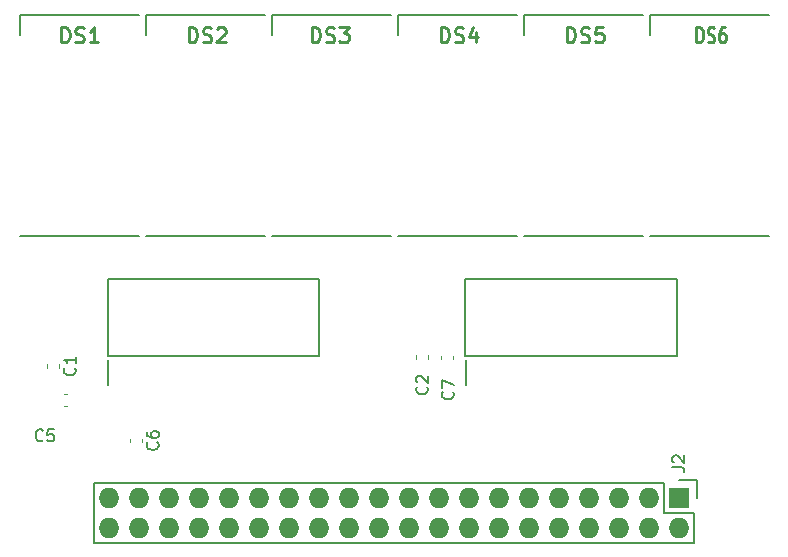
<source format=gto>
%TF.GenerationSoftware,KiCad,Pcbnew,7.0.5*%
%TF.CreationDate,2023-07-26T15:52:39+03:00*%
%TF.ProjectId,ltp_kikad,6c74705f-6b69-46b6-9164-2e6b69636164,rev?*%
%TF.SameCoordinates,Original*%
%TF.FileFunction,Legend,Top*%
%TF.FilePolarity,Positive*%
%FSLAX46Y46*%
G04 Gerber Fmt 4.6, Leading zero omitted, Abs format (unit mm)*
G04 Created by KiCad (PCBNEW 7.0.5) date 2023-07-26 15:52:39*
%MOMM*%
%LPD*%
G01*
G04 APERTURE LIST*
%ADD10C,0.250000*%
%ADD11C,0.254000*%
%ADD12C,0.150000*%
%ADD13C,0.200000*%
%ADD14C,0.120000*%
%ADD15R,1.727200X1.727200*%
%ADD16O,1.727200X1.727200*%
G04 APERTURE END LIST*
D10*
%TO.C,DS6*%
X177130614Y-65725526D02*
X177130614Y-64455526D01*
X177130614Y-64455526D02*
X177368709Y-64455526D01*
X177368709Y-64455526D02*
X177511566Y-64516002D01*
X177511566Y-64516002D02*
X177606804Y-64636954D01*
X177606804Y-64636954D02*
X177654423Y-64757907D01*
X177654423Y-64757907D02*
X177702042Y-64999811D01*
X177702042Y-64999811D02*
X177702042Y-65181240D01*
X177702042Y-65181240D02*
X177654423Y-65423145D01*
X177654423Y-65423145D02*
X177606804Y-65544097D01*
X177606804Y-65544097D02*
X177511566Y-65665050D01*
X177511566Y-65665050D02*
X177368709Y-65725526D01*
X177368709Y-65725526D02*
X177130614Y-65725526D01*
X178082995Y-65665050D02*
X178225852Y-65725526D01*
X178225852Y-65725526D02*
X178463947Y-65725526D01*
X178463947Y-65725526D02*
X178559185Y-65665050D01*
X178559185Y-65665050D02*
X178606804Y-65604573D01*
X178606804Y-65604573D02*
X178654423Y-65483621D01*
X178654423Y-65483621D02*
X178654423Y-65362669D01*
X178654423Y-65362669D02*
X178606804Y-65241716D01*
X178606804Y-65241716D02*
X178559185Y-65181240D01*
X178559185Y-65181240D02*
X178463947Y-65120764D01*
X178463947Y-65120764D02*
X178273471Y-65060288D01*
X178273471Y-65060288D02*
X178178233Y-64999811D01*
X178178233Y-64999811D02*
X178130614Y-64939335D01*
X178130614Y-64939335D02*
X178082995Y-64818383D01*
X178082995Y-64818383D02*
X178082995Y-64697430D01*
X178082995Y-64697430D02*
X178130614Y-64576478D01*
X178130614Y-64576478D02*
X178178233Y-64516002D01*
X178178233Y-64516002D02*
X178273471Y-64455526D01*
X178273471Y-64455526D02*
X178511566Y-64455526D01*
X178511566Y-64455526D02*
X178654423Y-64516002D01*
X179511566Y-64455526D02*
X179321090Y-64455526D01*
X179321090Y-64455526D02*
X179225852Y-64516002D01*
X179225852Y-64516002D02*
X179178233Y-64576478D01*
X179178233Y-64576478D02*
X179082995Y-64757907D01*
X179082995Y-64757907D02*
X179035376Y-64999811D01*
X179035376Y-64999811D02*
X179035376Y-65483621D01*
X179035376Y-65483621D02*
X179082995Y-65604573D01*
X179082995Y-65604573D02*
X179130614Y-65665050D01*
X179130614Y-65665050D02*
X179225852Y-65725526D01*
X179225852Y-65725526D02*
X179416328Y-65725526D01*
X179416328Y-65725526D02*
X179511566Y-65665050D01*
X179511566Y-65665050D02*
X179559185Y-65604573D01*
X179559185Y-65604573D02*
X179606804Y-65483621D01*
X179606804Y-65483621D02*
X179606804Y-65181240D01*
X179606804Y-65181240D02*
X179559185Y-65060288D01*
X179559185Y-65060288D02*
X179511566Y-64999811D01*
X179511566Y-64999811D02*
X179416328Y-64939335D01*
X179416328Y-64939335D02*
X179225852Y-64939335D01*
X179225852Y-64939335D02*
X179130614Y-64999811D01*
X179130614Y-64999811D02*
X179082995Y-65060288D01*
X179082995Y-65060288D02*
X179035376Y-65181240D01*
D11*
%TO.C,DS3*%
X144544756Y-65722918D02*
X144544756Y-64452918D01*
X144544756Y-64452918D02*
X144847137Y-64452918D01*
X144847137Y-64452918D02*
X145028566Y-64513394D01*
X145028566Y-64513394D02*
X145149518Y-64634346D01*
X145149518Y-64634346D02*
X145209995Y-64755299D01*
X145209995Y-64755299D02*
X145270471Y-64997203D01*
X145270471Y-64997203D02*
X145270471Y-65178632D01*
X145270471Y-65178632D02*
X145209995Y-65420537D01*
X145209995Y-65420537D02*
X145149518Y-65541489D01*
X145149518Y-65541489D02*
X145028566Y-65662442D01*
X145028566Y-65662442D02*
X144847137Y-65722918D01*
X144847137Y-65722918D02*
X144544756Y-65722918D01*
X145754280Y-65662442D02*
X145935709Y-65722918D01*
X145935709Y-65722918D02*
X146238090Y-65722918D01*
X146238090Y-65722918D02*
X146359042Y-65662442D01*
X146359042Y-65662442D02*
X146419518Y-65601965D01*
X146419518Y-65601965D02*
X146479995Y-65481013D01*
X146479995Y-65481013D02*
X146479995Y-65360061D01*
X146479995Y-65360061D02*
X146419518Y-65239108D01*
X146419518Y-65239108D02*
X146359042Y-65178632D01*
X146359042Y-65178632D02*
X146238090Y-65118156D01*
X146238090Y-65118156D02*
X145996185Y-65057680D01*
X145996185Y-65057680D02*
X145875233Y-64997203D01*
X145875233Y-64997203D02*
X145814756Y-64936727D01*
X145814756Y-64936727D02*
X145754280Y-64815775D01*
X145754280Y-64815775D02*
X145754280Y-64694822D01*
X145754280Y-64694822D02*
X145814756Y-64573870D01*
X145814756Y-64573870D02*
X145875233Y-64513394D01*
X145875233Y-64513394D02*
X145996185Y-64452918D01*
X145996185Y-64452918D02*
X146298566Y-64452918D01*
X146298566Y-64452918D02*
X146479995Y-64513394D01*
X146903328Y-64452918D02*
X147689519Y-64452918D01*
X147689519Y-64452918D02*
X147266185Y-64936727D01*
X147266185Y-64936727D02*
X147447614Y-64936727D01*
X147447614Y-64936727D02*
X147568566Y-64997203D01*
X147568566Y-64997203D02*
X147629042Y-65057680D01*
X147629042Y-65057680D02*
X147689519Y-65178632D01*
X147689519Y-65178632D02*
X147689519Y-65481013D01*
X147689519Y-65481013D02*
X147629042Y-65601965D01*
X147629042Y-65601965D02*
X147568566Y-65662442D01*
X147568566Y-65662442D02*
X147447614Y-65722918D01*
X147447614Y-65722918D02*
X147084757Y-65722918D01*
X147084757Y-65722918D02*
X146963804Y-65662442D01*
X146963804Y-65662442D02*
X146903328Y-65601965D01*
D12*
%TO.C,C7*%
X156476580Y-95326666D02*
X156524200Y-95374285D01*
X156524200Y-95374285D02*
X156571819Y-95517142D01*
X156571819Y-95517142D02*
X156571819Y-95612380D01*
X156571819Y-95612380D02*
X156524200Y-95755237D01*
X156524200Y-95755237D02*
X156428961Y-95850475D01*
X156428961Y-95850475D02*
X156333723Y-95898094D01*
X156333723Y-95898094D02*
X156143247Y-95945713D01*
X156143247Y-95945713D02*
X156000390Y-95945713D01*
X156000390Y-95945713D02*
X155809914Y-95898094D01*
X155809914Y-95898094D02*
X155714676Y-95850475D01*
X155714676Y-95850475D02*
X155619438Y-95755237D01*
X155619438Y-95755237D02*
X155571819Y-95612380D01*
X155571819Y-95612380D02*
X155571819Y-95517142D01*
X155571819Y-95517142D02*
X155619438Y-95374285D01*
X155619438Y-95374285D02*
X155667057Y-95326666D01*
X155571819Y-94993332D02*
X155571819Y-94326666D01*
X155571819Y-94326666D02*
X156571819Y-94755237D01*
%TO.C,C5*%
X121790233Y-99417180D02*
X121742614Y-99464800D01*
X121742614Y-99464800D02*
X121599757Y-99512419D01*
X121599757Y-99512419D02*
X121504519Y-99512419D01*
X121504519Y-99512419D02*
X121361662Y-99464800D01*
X121361662Y-99464800D02*
X121266424Y-99369561D01*
X121266424Y-99369561D02*
X121218805Y-99274323D01*
X121218805Y-99274323D02*
X121171186Y-99083847D01*
X121171186Y-99083847D02*
X121171186Y-98940990D01*
X121171186Y-98940990D02*
X121218805Y-98750514D01*
X121218805Y-98750514D02*
X121266424Y-98655276D01*
X121266424Y-98655276D02*
X121361662Y-98560038D01*
X121361662Y-98560038D02*
X121504519Y-98512419D01*
X121504519Y-98512419D02*
X121599757Y-98512419D01*
X121599757Y-98512419D02*
X121742614Y-98560038D01*
X121742614Y-98560038D02*
X121790233Y-98607657D01*
X122694995Y-98512419D02*
X122218805Y-98512419D01*
X122218805Y-98512419D02*
X122171186Y-98988609D01*
X122171186Y-98988609D02*
X122218805Y-98940990D01*
X122218805Y-98940990D02*
X122314043Y-98893371D01*
X122314043Y-98893371D02*
X122552138Y-98893371D01*
X122552138Y-98893371D02*
X122647376Y-98940990D01*
X122647376Y-98940990D02*
X122694995Y-98988609D01*
X122694995Y-98988609D02*
X122742614Y-99083847D01*
X122742614Y-99083847D02*
X122742614Y-99321942D01*
X122742614Y-99321942D02*
X122694995Y-99417180D01*
X122694995Y-99417180D02*
X122647376Y-99464800D01*
X122647376Y-99464800D02*
X122552138Y-99512419D01*
X122552138Y-99512419D02*
X122314043Y-99512419D01*
X122314043Y-99512419D02*
X122218805Y-99464800D01*
X122218805Y-99464800D02*
X122171186Y-99417180D01*
%TO.C,C2*%
X154283580Y-94908666D02*
X154331200Y-94956285D01*
X154331200Y-94956285D02*
X154378819Y-95099142D01*
X154378819Y-95099142D02*
X154378819Y-95194380D01*
X154378819Y-95194380D02*
X154331200Y-95337237D01*
X154331200Y-95337237D02*
X154235961Y-95432475D01*
X154235961Y-95432475D02*
X154140723Y-95480094D01*
X154140723Y-95480094D02*
X153950247Y-95527713D01*
X153950247Y-95527713D02*
X153807390Y-95527713D01*
X153807390Y-95527713D02*
X153616914Y-95480094D01*
X153616914Y-95480094D02*
X153521676Y-95432475D01*
X153521676Y-95432475D02*
X153426438Y-95337237D01*
X153426438Y-95337237D02*
X153378819Y-95194380D01*
X153378819Y-95194380D02*
X153378819Y-95099142D01*
X153378819Y-95099142D02*
X153426438Y-94956285D01*
X153426438Y-94956285D02*
X153474057Y-94908666D01*
X153474057Y-94527713D02*
X153426438Y-94480094D01*
X153426438Y-94480094D02*
X153378819Y-94384856D01*
X153378819Y-94384856D02*
X153378819Y-94146761D01*
X153378819Y-94146761D02*
X153426438Y-94051523D01*
X153426438Y-94051523D02*
X153474057Y-94003904D01*
X153474057Y-94003904D02*
X153569295Y-93956285D01*
X153569295Y-93956285D02*
X153664533Y-93956285D01*
X153664533Y-93956285D02*
X153807390Y-94003904D01*
X153807390Y-94003904D02*
X154378819Y-94575332D01*
X154378819Y-94575332D02*
X154378819Y-93956285D01*
D11*
%TO.C,DS5*%
X166134756Y-65722918D02*
X166134756Y-64452918D01*
X166134756Y-64452918D02*
X166437137Y-64452918D01*
X166437137Y-64452918D02*
X166618566Y-64513394D01*
X166618566Y-64513394D02*
X166739518Y-64634346D01*
X166739518Y-64634346D02*
X166799995Y-64755299D01*
X166799995Y-64755299D02*
X166860471Y-64997203D01*
X166860471Y-64997203D02*
X166860471Y-65178632D01*
X166860471Y-65178632D02*
X166799995Y-65420537D01*
X166799995Y-65420537D02*
X166739518Y-65541489D01*
X166739518Y-65541489D02*
X166618566Y-65662442D01*
X166618566Y-65662442D02*
X166437137Y-65722918D01*
X166437137Y-65722918D02*
X166134756Y-65722918D01*
X167344280Y-65662442D02*
X167525709Y-65722918D01*
X167525709Y-65722918D02*
X167828090Y-65722918D01*
X167828090Y-65722918D02*
X167949042Y-65662442D01*
X167949042Y-65662442D02*
X168009518Y-65601965D01*
X168009518Y-65601965D02*
X168069995Y-65481013D01*
X168069995Y-65481013D02*
X168069995Y-65360061D01*
X168069995Y-65360061D02*
X168009518Y-65239108D01*
X168009518Y-65239108D02*
X167949042Y-65178632D01*
X167949042Y-65178632D02*
X167828090Y-65118156D01*
X167828090Y-65118156D02*
X167586185Y-65057680D01*
X167586185Y-65057680D02*
X167465233Y-64997203D01*
X167465233Y-64997203D02*
X167404756Y-64936727D01*
X167404756Y-64936727D02*
X167344280Y-64815775D01*
X167344280Y-64815775D02*
X167344280Y-64694822D01*
X167344280Y-64694822D02*
X167404756Y-64573870D01*
X167404756Y-64573870D02*
X167465233Y-64513394D01*
X167465233Y-64513394D02*
X167586185Y-64452918D01*
X167586185Y-64452918D02*
X167888566Y-64452918D01*
X167888566Y-64452918D02*
X168069995Y-64513394D01*
X169219042Y-64452918D02*
X168614280Y-64452918D01*
X168614280Y-64452918D02*
X168553804Y-65057680D01*
X168553804Y-65057680D02*
X168614280Y-64997203D01*
X168614280Y-64997203D02*
X168735233Y-64936727D01*
X168735233Y-64936727D02*
X169037614Y-64936727D01*
X169037614Y-64936727D02*
X169158566Y-64997203D01*
X169158566Y-64997203D02*
X169219042Y-65057680D01*
X169219042Y-65057680D02*
X169279519Y-65178632D01*
X169279519Y-65178632D02*
X169279519Y-65481013D01*
X169279519Y-65481013D02*
X169219042Y-65601965D01*
X169219042Y-65601965D02*
X169158566Y-65662442D01*
X169158566Y-65662442D02*
X169037614Y-65722918D01*
X169037614Y-65722918D02*
X168735233Y-65722918D01*
X168735233Y-65722918D02*
X168614280Y-65662442D01*
X168614280Y-65662442D02*
X168553804Y-65601965D01*
%TO.C,DS2*%
X134130756Y-65722918D02*
X134130756Y-64452918D01*
X134130756Y-64452918D02*
X134433137Y-64452918D01*
X134433137Y-64452918D02*
X134614566Y-64513394D01*
X134614566Y-64513394D02*
X134735518Y-64634346D01*
X134735518Y-64634346D02*
X134795995Y-64755299D01*
X134795995Y-64755299D02*
X134856471Y-64997203D01*
X134856471Y-64997203D02*
X134856471Y-65178632D01*
X134856471Y-65178632D02*
X134795995Y-65420537D01*
X134795995Y-65420537D02*
X134735518Y-65541489D01*
X134735518Y-65541489D02*
X134614566Y-65662442D01*
X134614566Y-65662442D02*
X134433137Y-65722918D01*
X134433137Y-65722918D02*
X134130756Y-65722918D01*
X135340280Y-65662442D02*
X135521709Y-65722918D01*
X135521709Y-65722918D02*
X135824090Y-65722918D01*
X135824090Y-65722918D02*
X135945042Y-65662442D01*
X135945042Y-65662442D02*
X136005518Y-65601965D01*
X136005518Y-65601965D02*
X136065995Y-65481013D01*
X136065995Y-65481013D02*
X136065995Y-65360061D01*
X136065995Y-65360061D02*
X136005518Y-65239108D01*
X136005518Y-65239108D02*
X135945042Y-65178632D01*
X135945042Y-65178632D02*
X135824090Y-65118156D01*
X135824090Y-65118156D02*
X135582185Y-65057680D01*
X135582185Y-65057680D02*
X135461233Y-64997203D01*
X135461233Y-64997203D02*
X135400756Y-64936727D01*
X135400756Y-64936727D02*
X135340280Y-64815775D01*
X135340280Y-64815775D02*
X135340280Y-64694822D01*
X135340280Y-64694822D02*
X135400756Y-64573870D01*
X135400756Y-64573870D02*
X135461233Y-64513394D01*
X135461233Y-64513394D02*
X135582185Y-64452918D01*
X135582185Y-64452918D02*
X135884566Y-64452918D01*
X135884566Y-64452918D02*
X136065995Y-64513394D01*
X136549804Y-64573870D02*
X136610280Y-64513394D01*
X136610280Y-64513394D02*
X136731233Y-64452918D01*
X136731233Y-64452918D02*
X137033614Y-64452918D01*
X137033614Y-64452918D02*
X137154566Y-64513394D01*
X137154566Y-64513394D02*
X137215042Y-64573870D01*
X137215042Y-64573870D02*
X137275519Y-64694822D01*
X137275519Y-64694822D02*
X137275519Y-64815775D01*
X137275519Y-64815775D02*
X137215042Y-64997203D01*
X137215042Y-64997203D02*
X136489328Y-65722918D01*
X136489328Y-65722918D02*
X137275519Y-65722918D01*
%TO.C,DS1*%
X123335756Y-65722918D02*
X123335756Y-64452918D01*
X123335756Y-64452918D02*
X123638137Y-64452918D01*
X123638137Y-64452918D02*
X123819566Y-64513394D01*
X123819566Y-64513394D02*
X123940518Y-64634346D01*
X123940518Y-64634346D02*
X124000995Y-64755299D01*
X124000995Y-64755299D02*
X124061471Y-64997203D01*
X124061471Y-64997203D02*
X124061471Y-65178632D01*
X124061471Y-65178632D02*
X124000995Y-65420537D01*
X124000995Y-65420537D02*
X123940518Y-65541489D01*
X123940518Y-65541489D02*
X123819566Y-65662442D01*
X123819566Y-65662442D02*
X123638137Y-65722918D01*
X123638137Y-65722918D02*
X123335756Y-65722918D01*
X124545280Y-65662442D02*
X124726709Y-65722918D01*
X124726709Y-65722918D02*
X125029090Y-65722918D01*
X125029090Y-65722918D02*
X125150042Y-65662442D01*
X125150042Y-65662442D02*
X125210518Y-65601965D01*
X125210518Y-65601965D02*
X125270995Y-65481013D01*
X125270995Y-65481013D02*
X125270995Y-65360061D01*
X125270995Y-65360061D02*
X125210518Y-65239108D01*
X125210518Y-65239108D02*
X125150042Y-65178632D01*
X125150042Y-65178632D02*
X125029090Y-65118156D01*
X125029090Y-65118156D02*
X124787185Y-65057680D01*
X124787185Y-65057680D02*
X124666233Y-64997203D01*
X124666233Y-64997203D02*
X124605756Y-64936727D01*
X124605756Y-64936727D02*
X124545280Y-64815775D01*
X124545280Y-64815775D02*
X124545280Y-64694822D01*
X124545280Y-64694822D02*
X124605756Y-64573870D01*
X124605756Y-64573870D02*
X124666233Y-64513394D01*
X124666233Y-64513394D02*
X124787185Y-64452918D01*
X124787185Y-64452918D02*
X125089566Y-64452918D01*
X125089566Y-64452918D02*
X125270995Y-64513394D01*
X126480519Y-65722918D02*
X125754804Y-65722918D01*
X126117661Y-65722918D02*
X126117661Y-64452918D01*
X126117661Y-64452918D02*
X125996709Y-64634346D01*
X125996709Y-64634346D02*
X125875757Y-64755299D01*
X125875757Y-64755299D02*
X125754804Y-64815775D01*
D12*
%TO.C,C1*%
X124478480Y-93303266D02*
X124526100Y-93350885D01*
X124526100Y-93350885D02*
X124573719Y-93493742D01*
X124573719Y-93493742D02*
X124573719Y-93588980D01*
X124573719Y-93588980D02*
X124526100Y-93731837D01*
X124526100Y-93731837D02*
X124430861Y-93827075D01*
X124430861Y-93827075D02*
X124335623Y-93874694D01*
X124335623Y-93874694D02*
X124145147Y-93922313D01*
X124145147Y-93922313D02*
X124002290Y-93922313D01*
X124002290Y-93922313D02*
X123811814Y-93874694D01*
X123811814Y-93874694D02*
X123716576Y-93827075D01*
X123716576Y-93827075D02*
X123621338Y-93731837D01*
X123621338Y-93731837D02*
X123573719Y-93588980D01*
X123573719Y-93588980D02*
X123573719Y-93493742D01*
X123573719Y-93493742D02*
X123621338Y-93350885D01*
X123621338Y-93350885D02*
X123668957Y-93303266D01*
X124573719Y-92350885D02*
X124573719Y-92922313D01*
X124573719Y-92636599D02*
X123573719Y-92636599D01*
X123573719Y-92636599D02*
X123716576Y-92731837D01*
X123716576Y-92731837D02*
X123811814Y-92827075D01*
X123811814Y-92827075D02*
X123859433Y-92922313D01*
%TO.C,J2*%
X175095819Y-101712333D02*
X175810104Y-101712333D01*
X175810104Y-101712333D02*
X175952961Y-101759952D01*
X175952961Y-101759952D02*
X176048200Y-101855190D01*
X176048200Y-101855190D02*
X176095819Y-101998047D01*
X176095819Y-101998047D02*
X176095819Y-102093285D01*
X175191057Y-101283761D02*
X175143438Y-101236142D01*
X175143438Y-101236142D02*
X175095819Y-101140904D01*
X175095819Y-101140904D02*
X175095819Y-100902809D01*
X175095819Y-100902809D02*
X175143438Y-100807571D01*
X175143438Y-100807571D02*
X175191057Y-100759952D01*
X175191057Y-100759952D02*
X175286295Y-100712333D01*
X175286295Y-100712333D02*
X175381533Y-100712333D01*
X175381533Y-100712333D02*
X175524390Y-100759952D01*
X175524390Y-100759952D02*
X176095819Y-101331380D01*
X176095819Y-101331380D02*
X176095819Y-100712333D01*
%TO.C,C6*%
X131493480Y-99605266D02*
X131541100Y-99652885D01*
X131541100Y-99652885D02*
X131588719Y-99795742D01*
X131588719Y-99795742D02*
X131588719Y-99890980D01*
X131588719Y-99890980D02*
X131541100Y-100033837D01*
X131541100Y-100033837D02*
X131445861Y-100129075D01*
X131445861Y-100129075D02*
X131350623Y-100176694D01*
X131350623Y-100176694D02*
X131160147Y-100224313D01*
X131160147Y-100224313D02*
X131017290Y-100224313D01*
X131017290Y-100224313D02*
X130826814Y-100176694D01*
X130826814Y-100176694D02*
X130731576Y-100129075D01*
X130731576Y-100129075D02*
X130636338Y-100033837D01*
X130636338Y-100033837D02*
X130588719Y-99890980D01*
X130588719Y-99890980D02*
X130588719Y-99795742D01*
X130588719Y-99795742D02*
X130636338Y-99652885D01*
X130636338Y-99652885D02*
X130683957Y-99605266D01*
X130588719Y-98748123D02*
X130588719Y-98938599D01*
X130588719Y-98938599D02*
X130636338Y-99033837D01*
X130636338Y-99033837D02*
X130683957Y-99081456D01*
X130683957Y-99081456D02*
X130826814Y-99176694D01*
X130826814Y-99176694D02*
X131017290Y-99224313D01*
X131017290Y-99224313D02*
X131398242Y-99224313D01*
X131398242Y-99224313D02*
X131493480Y-99176694D01*
X131493480Y-99176694D02*
X131541100Y-99129075D01*
X131541100Y-99129075D02*
X131588719Y-99033837D01*
X131588719Y-99033837D02*
X131588719Y-98843361D01*
X131588719Y-98843361D02*
X131541100Y-98748123D01*
X131541100Y-98748123D02*
X131493480Y-98700504D01*
X131493480Y-98700504D02*
X131398242Y-98652885D01*
X131398242Y-98652885D02*
X131160147Y-98652885D01*
X131160147Y-98652885D02*
X131064909Y-98700504D01*
X131064909Y-98700504D02*
X131017290Y-98748123D01*
X131017290Y-98748123D02*
X130969671Y-98843361D01*
X130969671Y-98843361D02*
X130969671Y-99033837D01*
X130969671Y-99033837D02*
X131017290Y-99129075D01*
X131017290Y-99129075D02*
X131064909Y-99176694D01*
X131064909Y-99176694D02*
X131160147Y-99224313D01*
D11*
%TO.C,DS4*%
X155466756Y-65722918D02*
X155466756Y-64452918D01*
X155466756Y-64452918D02*
X155769137Y-64452918D01*
X155769137Y-64452918D02*
X155950566Y-64513394D01*
X155950566Y-64513394D02*
X156071518Y-64634346D01*
X156071518Y-64634346D02*
X156131995Y-64755299D01*
X156131995Y-64755299D02*
X156192471Y-64997203D01*
X156192471Y-64997203D02*
X156192471Y-65178632D01*
X156192471Y-65178632D02*
X156131995Y-65420537D01*
X156131995Y-65420537D02*
X156071518Y-65541489D01*
X156071518Y-65541489D02*
X155950566Y-65662442D01*
X155950566Y-65662442D02*
X155769137Y-65722918D01*
X155769137Y-65722918D02*
X155466756Y-65722918D01*
X156676280Y-65662442D02*
X156857709Y-65722918D01*
X156857709Y-65722918D02*
X157160090Y-65722918D01*
X157160090Y-65722918D02*
X157281042Y-65662442D01*
X157281042Y-65662442D02*
X157341518Y-65601965D01*
X157341518Y-65601965D02*
X157401995Y-65481013D01*
X157401995Y-65481013D02*
X157401995Y-65360061D01*
X157401995Y-65360061D02*
X157341518Y-65239108D01*
X157341518Y-65239108D02*
X157281042Y-65178632D01*
X157281042Y-65178632D02*
X157160090Y-65118156D01*
X157160090Y-65118156D02*
X156918185Y-65057680D01*
X156918185Y-65057680D02*
X156797233Y-64997203D01*
X156797233Y-64997203D02*
X156736756Y-64936727D01*
X156736756Y-64936727D02*
X156676280Y-64815775D01*
X156676280Y-64815775D02*
X156676280Y-64694822D01*
X156676280Y-64694822D02*
X156736756Y-64573870D01*
X156736756Y-64573870D02*
X156797233Y-64513394D01*
X156797233Y-64513394D02*
X156918185Y-64452918D01*
X156918185Y-64452918D02*
X157220566Y-64452918D01*
X157220566Y-64452918D02*
X157401995Y-64513394D01*
X158490566Y-64876251D02*
X158490566Y-65722918D01*
X158188185Y-64392442D02*
X157885804Y-65299584D01*
X157885804Y-65299584D02*
X158671995Y-65299584D01*
D13*
%TO.C,DS6*%
X173192900Y-63396000D02*
X173192900Y-65151000D01*
X173192900Y-82146000D02*
X183242900Y-82146000D01*
X183242900Y-63396000D02*
X173192900Y-63396000D01*
%TO.C,DS3*%
X141188900Y-63393600D02*
X141188900Y-65148600D01*
X141188900Y-82143600D02*
X151238900Y-82143600D01*
X151238900Y-63393600D02*
X141188900Y-63393600D01*
D14*
%TO.C,C7*%
X156547000Y-92249420D02*
X156547000Y-92530580D01*
X155527000Y-92249420D02*
X155527000Y-92530580D01*
%TO.C,C5*%
X123875480Y-96519600D02*
X123594320Y-96519600D01*
X123875480Y-95499600D02*
X123594320Y-95499600D01*
D13*
%TO.C,IC1*%
X127313900Y-94711600D02*
X127313900Y-92611600D01*
X127291900Y-92261600D02*
X127291900Y-85761600D01*
X145195900Y-92261600D02*
X127291900Y-92261600D01*
X127291900Y-85761600D02*
X145195900Y-85761600D01*
X145195900Y-85761600D02*
X145195900Y-92261600D01*
D14*
%TO.C,C2*%
X154423900Y-92221020D02*
X154423900Y-92502180D01*
X153403900Y-92221020D02*
X153403900Y-92502180D01*
D13*
%TO.C,DS5*%
X162524900Y-63393600D02*
X162524900Y-65148600D01*
X162524900Y-82143600D02*
X172574900Y-82143600D01*
X172574900Y-63393600D02*
X162524900Y-63393600D01*
%TO.C,DS2*%
X130520900Y-63393600D02*
X130520900Y-65148600D01*
X130520900Y-82143600D02*
X140570900Y-82143600D01*
X140570900Y-63393600D02*
X130520900Y-63393600D01*
%TO.C,DS1*%
X119852900Y-63393600D02*
X119852900Y-65148600D01*
X119852900Y-82143600D02*
X129902900Y-82143600D01*
X129902900Y-63393600D02*
X119852900Y-63393600D01*
D14*
%TO.C,C1*%
X123198900Y-92996020D02*
X123198900Y-93277180D01*
X122178900Y-92996020D02*
X122178900Y-93277180D01*
D12*
%TO.C,J2*%
X177191000Y-102750000D02*
X175641000Y-102750000D01*
X174371000Y-103030000D02*
X126111000Y-103030000D01*
X177191000Y-104300000D02*
X177191000Y-102750000D01*
X176911000Y-105570000D02*
X174371000Y-105570000D01*
X174371000Y-105570000D02*
X174371000Y-103030000D01*
X176911000Y-108110000D02*
X176911000Y-105570000D01*
X126111000Y-108110000D02*
X126111000Y-103030000D01*
X126111000Y-108110000D02*
X176911000Y-108110000D01*
D14*
%TO.C,C6*%
X130213900Y-99298020D02*
X130213900Y-99579180D01*
X129193900Y-99298020D02*
X129193900Y-99579180D01*
D13*
%TO.C,DS4*%
X151856900Y-63393600D02*
X151856900Y-65148600D01*
X151856900Y-82143600D02*
X161906900Y-82143600D01*
X161906900Y-63393600D02*
X151856900Y-63393600D01*
%TO.C,IC2*%
X157583900Y-94711600D02*
X157583900Y-92611600D01*
X157561900Y-92261600D02*
X157561900Y-85761600D01*
X175465900Y-92261600D02*
X157561900Y-92261600D01*
X157561900Y-85761600D02*
X175465900Y-85761600D01*
X175465900Y-85761600D02*
X175465900Y-92261600D01*
%TD*%
D15*
%TO.C,J2*%
X175641000Y-104300000D03*
D16*
X175641000Y-106840000D03*
X173101000Y-104300000D03*
X173101000Y-106840000D03*
X170561000Y-104300000D03*
X170561000Y-106840000D03*
X168021000Y-104300000D03*
X168021000Y-106840000D03*
X165481000Y-104300000D03*
X165481000Y-106840000D03*
X162941000Y-104300000D03*
X162941000Y-106840000D03*
X160401000Y-104300000D03*
X160401000Y-106840000D03*
X157861000Y-104300000D03*
X157861000Y-106840000D03*
X155321000Y-104300000D03*
X155321000Y-106840000D03*
X152781000Y-104300000D03*
X152781000Y-106840000D03*
X150241000Y-104300000D03*
X150241000Y-106840000D03*
X147701000Y-104300000D03*
X147701000Y-106840000D03*
X145161000Y-104300000D03*
X145161000Y-106840000D03*
X142621000Y-104300000D03*
X142621000Y-106840000D03*
X140081000Y-104300000D03*
X140081000Y-106840000D03*
X137541000Y-104300000D03*
X137541000Y-106840000D03*
X135001000Y-104300000D03*
X135001000Y-106840000D03*
X132461000Y-104300000D03*
X132461000Y-106840000D03*
X129921000Y-104300000D03*
X129921000Y-106840000D03*
X127381000Y-104300000D03*
X127381000Y-106840000D03*
%TD*%
M02*

</source>
